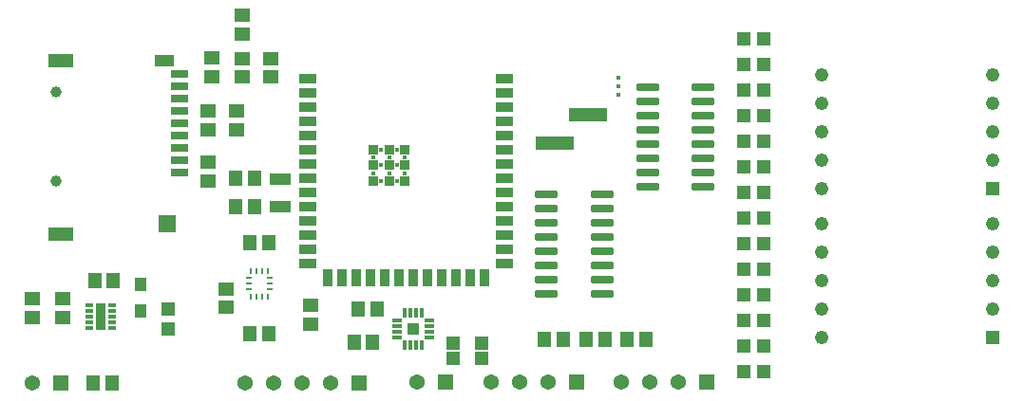
<source format=gbr>
G04*
G04 #@! TF.GenerationSoftware,Altium Limited,Altium Designer,24.7.2 (38)*
G04*
G04 Layer_Color=255*
%FSLAX25Y25*%
%MOIN*%
G70*
G04*
G04 #@! TF.SameCoordinates,557B2C77-FFCE-42D9-A2FA-4134FEC932EB*
G04*
G04*
G04 #@! TF.FilePolarity,Positive*
G04*
G01*
G75*
G04:AMPARAMS|DCode=13|XSize=77.56mil|YSize=23.62mil|CornerRadius=2.95mil|HoleSize=0mil|Usage=FLASHONLY|Rotation=0.000|XOffset=0mil|YOffset=0mil|HoleType=Round|Shape=RoundedRectangle|*
%AMROUNDEDRECTD13*
21,1,0.07756,0.01772,0,0,0.0*
21,1,0.07165,0.02362,0,0,0.0*
1,1,0.00591,0.03583,-0.00886*
1,1,0.00591,-0.03583,-0.00886*
1,1,0.00591,-0.03583,0.00886*
1,1,0.00591,0.03583,0.00886*
%
%ADD13ROUNDEDRECTD13*%
%ADD14R,0.03543X0.05906*%
%ADD15R,0.05906X0.03543*%
%ADD16R,0.03543X0.03543*%
%ADD17R,0.07087X0.04024*%
%ADD18R,0.00984X0.01870*%
%ADD19R,0.08661X0.04724*%
%ADD20R,0.05906X0.06299*%
%ADD21R,0.06299X0.02756*%
%ADD22R,0.13504X0.05000*%
%ADD23R,0.04724X0.04724*%
%ADD24R,0.04550X0.05544*%
%ADD25R,0.05143X0.04545*%
%ADD26R,0.01870X0.00984*%
%ADD27R,0.05544X0.04550*%
%ADD28R,0.07480X0.04331*%
%ADD29R,0.04940X0.05733*%
%ADD30R,0.03937X0.04528*%
%ADD31R,0.05733X0.04940*%
G04:AMPARAMS|DCode=32|XSize=29.13mil|YSize=10.63mil|CornerRadius=0.37mil|HoleSize=0mil|Usage=FLASHONLY|Rotation=0.000|XOffset=0mil|YOffset=0mil|HoleType=Round|Shape=RoundedRectangle|*
%AMROUNDEDRECTD32*
21,1,0.02913,0.00989,0,0,0.0*
21,1,0.02839,0.01063,0,0,0.0*
1,1,0.00074,0.01420,-0.00494*
1,1,0.00074,-0.01420,-0.00494*
1,1,0.00074,-0.01420,0.00494*
1,1,0.00074,0.01420,0.00494*
%
%ADD32ROUNDEDRECTD32*%
G04:AMPARAMS|DCode=33|XSize=10.63mil|YSize=33.07mil|CornerRadius=1.33mil|HoleSize=0mil|Usage=FLASHONLY|Rotation=0.000|XOffset=0mil|YOffset=0mil|HoleType=Round|Shape=RoundedRectangle|*
%AMROUNDEDRECTD33*
21,1,0.01063,0.03041,0,0,0.0*
21,1,0.00797,0.03307,0,0,0.0*
1,1,0.00266,0.00399,-0.01521*
1,1,0.00266,-0.00399,-0.01521*
1,1,0.00266,-0.00399,0.01521*
1,1,0.00266,0.00399,0.01521*
%
%ADD33ROUNDEDRECTD33*%
G04:AMPARAMS|DCode=34|XSize=33.07mil|YSize=10.63mil|CornerRadius=1.33mil|HoleSize=0mil|Usage=FLASHONLY|Rotation=0.000|XOffset=0mil|YOffset=0mil|HoleType=Round|Shape=RoundedRectangle|*
%AMROUNDEDRECTD34*
21,1,0.03307,0.00797,0,0,0.0*
21,1,0.03041,0.01063,0,0,0.0*
1,1,0.00266,0.01521,-0.00399*
1,1,0.00266,-0.01521,-0.00399*
1,1,0.00266,-0.01521,0.00399*
1,1,0.00266,0.01521,0.00399*
%
%ADD34ROUNDEDRECTD34*%
%ADD36R,0.04724X0.04724*%
%ADD63R,0.03307X0.09449*%
%ADD64R,0.04331X0.04331*%
%ADD69C,0.01575*%
%ADD70C,0.03937*%
%ADD71C,0.05394*%
%ADD72R,0.05394X0.05394*%
%ADD73R,0.04795X0.04795*%
%ADD74C,0.04795*%
D13*
X232756Y124000D02*
D03*
Y119000D02*
D03*
Y114000D02*
D03*
Y109000D02*
D03*
Y104000D02*
D03*
Y99000D02*
D03*
Y94000D02*
D03*
Y89000D02*
D03*
X252244D02*
D03*
Y94000D02*
D03*
Y99000D02*
D03*
Y104000D02*
D03*
Y109000D02*
D03*
Y114000D02*
D03*
Y119000D02*
D03*
Y124000D02*
D03*
X197256Y86500D02*
D03*
Y81500D02*
D03*
Y76500D02*
D03*
Y71500D02*
D03*
Y66500D02*
D03*
Y61500D02*
D03*
Y56500D02*
D03*
Y51500D02*
D03*
X216744D02*
D03*
Y56500D02*
D03*
Y61500D02*
D03*
Y66500D02*
D03*
Y71500D02*
D03*
Y76500D02*
D03*
Y81500D02*
D03*
Y86500D02*
D03*
D14*
X175551Y57079D02*
D03*
X170551Y57079D02*
D03*
X165551Y57079D02*
D03*
X160551Y57079D02*
D03*
X155551Y57079D02*
D03*
X150551Y57079D02*
D03*
X145551Y57079D02*
D03*
X140551Y57079D02*
D03*
X135551Y57079D02*
D03*
X130551Y57079D02*
D03*
X125551D02*
D03*
X120551Y57079D02*
D03*
D15*
X182500Y127000D02*
D03*
X182500Y122000D02*
D03*
X182500Y117000D02*
D03*
X182500Y112000D02*
D03*
X182500Y107000D02*
D03*
X182500Y102000D02*
D03*
X182500Y97000D02*
D03*
X182500Y92000D02*
D03*
X182500Y87000D02*
D03*
X182500Y82000D02*
D03*
X182500Y77000D02*
D03*
X182500Y72000D02*
D03*
Y67000D02*
D03*
Y62000D02*
D03*
X113602D02*
D03*
X113602Y67000D02*
D03*
X113602Y72000D02*
D03*
Y77000D02*
D03*
X113602Y82000D02*
D03*
X113602Y87000D02*
D03*
X113602Y92000D02*
D03*
Y97000D02*
D03*
Y102000D02*
D03*
X113602Y107000D02*
D03*
X113602Y112000D02*
D03*
Y117000D02*
D03*
Y122000D02*
D03*
Y127000D02*
D03*
D16*
X147658Y102118D02*
D03*
X142146Y102118D02*
D03*
X136634Y102118D02*
D03*
X147658Y91094D02*
D03*
X142146Y91094D02*
D03*
X136634Y91094D02*
D03*
X147657Y96606D02*
D03*
X136634D02*
D03*
X142146D02*
D03*
D17*
X63394Y133512D02*
D03*
D18*
X99453Y59577D02*
D03*
Y50423D02*
D03*
X93547D02*
D03*
X95516D02*
D03*
X97484D02*
D03*
X93547Y59577D02*
D03*
X95516D02*
D03*
X97484D02*
D03*
D19*
X26779Y133512D02*
D03*
Y72488D02*
D03*
D20*
X64378Y76032D02*
D03*
D21*
X68512Y128787D02*
D03*
Y124457D02*
D03*
Y120126D02*
D03*
Y115795D02*
D03*
Y111465D02*
D03*
Y107134D02*
D03*
Y102803D02*
D03*
Y98472D02*
D03*
Y94142D02*
D03*
D22*
X211748Y114500D02*
D03*
X200252Y104500D02*
D03*
D23*
X64500Y38957D02*
D03*
Y46043D02*
D03*
D24*
X211149Y35500D02*
D03*
X217851D02*
D03*
X196649D02*
D03*
X203351D02*
D03*
X99851Y69500D02*
D03*
X93149D02*
D03*
X232351Y35500D02*
D03*
X225649D02*
D03*
X93149Y37500D02*
D03*
X99851D02*
D03*
X131149Y46000D02*
D03*
X137851D02*
D03*
D25*
X174500Y34161D02*
D03*
Y28839D02*
D03*
X164500D02*
D03*
Y34161D02*
D03*
D26*
X92908Y53031D02*
D03*
Y56968D02*
D03*
Y55000D02*
D03*
X100092Y53031D02*
D03*
Y56968D02*
D03*
Y55000D02*
D03*
D27*
X90500Y142649D02*
D03*
Y149351D02*
D03*
X80000Y134351D02*
D03*
Y127649D02*
D03*
X78500Y97851D02*
D03*
Y91149D02*
D03*
Y109149D02*
D03*
Y115851D02*
D03*
X88500D02*
D03*
Y109149D02*
D03*
X114500Y40649D02*
D03*
Y47351D02*
D03*
D28*
X104000Y82079D02*
D03*
Y91921D02*
D03*
D29*
X44751Y20000D02*
D03*
X38249D02*
D03*
X38749Y56000D02*
D03*
X45251D02*
D03*
X129749Y34500D02*
D03*
X136251D02*
D03*
X94751Y82000D02*
D03*
X88249D02*
D03*
X94751Y92000D02*
D03*
X88249D02*
D03*
D30*
X55000Y54626D02*
D03*
Y45374D02*
D03*
D31*
X17000Y49751D02*
D03*
Y43249D02*
D03*
X27500Y49751D02*
D03*
Y43249D02*
D03*
X100500Y134251D02*
D03*
Y127749D02*
D03*
X85000Y53251D02*
D03*
Y46749D02*
D03*
X90500Y127749D02*
D03*
Y134251D02*
D03*
D32*
X36983Y47437D02*
D03*
Y45469D02*
D03*
Y43500D02*
D03*
Y41532D02*
D03*
Y39563D02*
D03*
X45017D02*
D03*
Y41532D02*
D03*
Y43500D02*
D03*
Y45469D02*
D03*
Y47437D02*
D03*
D33*
X147547Y33350D02*
D03*
X149516D02*
D03*
X151484D02*
D03*
X153453D02*
D03*
Y44650D02*
D03*
X151484D02*
D03*
X149516D02*
D03*
X147547D02*
D03*
D34*
X144850Y41953D02*
D03*
Y39984D02*
D03*
Y38016D02*
D03*
Y36047D02*
D03*
X156150D02*
D03*
Y38016D02*
D03*
Y39984D02*
D03*
Y41953D02*
D03*
D36*
X266457Y24000D02*
D03*
X273543D02*
D03*
X266457Y42000D02*
D03*
X273543D02*
D03*
X266457Y33000D02*
D03*
X273543D02*
D03*
X266457Y51000D02*
D03*
X273543D02*
D03*
X266457Y60000D02*
D03*
X273543D02*
D03*
X266457Y69000D02*
D03*
X273543D02*
D03*
X266457Y78000D02*
D03*
X273543D02*
D03*
X266413Y96000D02*
D03*
X273500D02*
D03*
X266457Y87000D02*
D03*
X273543D02*
D03*
Y132000D02*
D03*
X266457D02*
D03*
Y141000D02*
D03*
X273543D02*
D03*
X266457Y123000D02*
D03*
X273543D02*
D03*
X266457Y114000D02*
D03*
X273543D02*
D03*
X266457Y105000D02*
D03*
X273543D02*
D03*
D63*
X41000Y43500D02*
D03*
D64*
X150500Y39000D02*
D03*
D69*
X144902Y91094D02*
D03*
X139390Y91094D02*
D03*
X144902Y96606D02*
D03*
X139390Y96606D02*
D03*
X144902Y102118D02*
D03*
X139390Y102118D02*
D03*
X147658Y93850D02*
D03*
X142146D02*
D03*
X136634Y93850D02*
D03*
X147658Y99362D02*
D03*
X136634Y99362D02*
D03*
X142146Y99362D02*
D03*
X41000Y46440D02*
D03*
X222500Y121500D02*
D03*
Y124440D02*
D03*
Y127380D02*
D03*
X41000Y43500D02*
D03*
Y40560D02*
D03*
D70*
X25205Y122488D02*
D03*
Y90992D02*
D03*
D71*
X178000Y20500D02*
D03*
X188000D02*
D03*
X198000D02*
D03*
X17000Y20000D02*
D03*
X152000Y20500D02*
D03*
X91500Y20000D02*
D03*
X101500D02*
D03*
X111500D02*
D03*
X121500D02*
D03*
X223500Y20500D02*
D03*
X233500D02*
D03*
X243500D02*
D03*
D72*
X208000D02*
D03*
X27000Y20000D02*
D03*
X162000Y20500D02*
D03*
X131500Y20000D02*
D03*
X253500Y20500D02*
D03*
D73*
X354000Y36000D02*
D03*
Y88500D02*
D03*
D74*
Y46000D02*
D03*
Y56000D02*
D03*
Y66000D02*
D03*
Y76000D02*
D03*
X294000D02*
D03*
Y66000D02*
D03*
Y56000D02*
D03*
Y46000D02*
D03*
Y36000D02*
D03*
X354000Y98500D02*
D03*
Y108500D02*
D03*
Y118500D02*
D03*
Y128500D02*
D03*
X294000D02*
D03*
Y118500D02*
D03*
Y108500D02*
D03*
Y98500D02*
D03*
Y88500D02*
D03*
M02*

</source>
